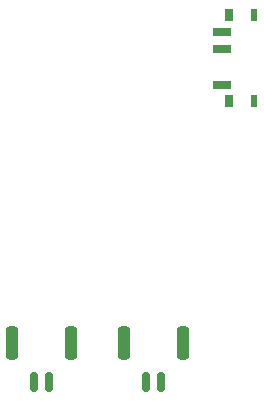
<source format=gbr>
G04 #@! TF.GenerationSoftware,KiCad,Pcbnew,8.0.0-rc1-52-g27482ef8a0*
G04 #@! TF.CreationDate,2024-01-20T20:33:33+01:00*
G04 #@! TF.ProjectId,test,74657374-2e6b-4696-9361-645f70636258,rev?*
G04 #@! TF.SameCoordinates,Original*
G04 #@! TF.FileFunction,Paste,Top*
G04 #@! TF.FilePolarity,Positive*
%FSLAX46Y46*%
G04 Gerber Fmt 4.6, Leading zero omitted, Abs format (unit mm)*
G04 Created by KiCad (PCBNEW 8.0.0-rc1-52-g27482ef8a0) date 2024-01-20 20:33:33*
%MOMM*%
%LPD*%
G01*
G04 APERTURE LIST*
G04 Aperture macros list*
%AMRoundRect*
0 Rectangle with rounded corners*
0 $1 Rounding radius*
0 $2 $3 $4 $5 $6 $7 $8 $9 X,Y pos of 4 corners*
0 Add a 4 corners polygon primitive as box body*
4,1,4,$2,$3,$4,$5,$6,$7,$8,$9,$2,$3,0*
0 Add four circle primitives for the rounded corners*
1,1,$1+$1,$2,$3*
1,1,$1+$1,$4,$5*
1,1,$1+$1,$6,$7*
1,1,$1+$1,$8,$9*
0 Add four rect primitives between the rounded corners*
20,1,$1+$1,$2,$3,$4,$5,0*
20,1,$1+$1,$4,$5,$6,$7,0*
20,1,$1+$1,$6,$7,$8,$9,0*
20,1,$1+$1,$8,$9,$2,$3,0*%
G04 Aperture macros list end*
%ADD10RoundRect,0.150000X-0.150000X-0.700000X0.150000X-0.700000X0.150000X0.700000X-0.150000X0.700000X0*%
%ADD11RoundRect,0.250000X-0.250000X-1.150000X0.250000X-1.150000X0.250000X1.150000X-0.250000X1.150000X0*%
%ADD12R,1.498600X0.698500*%
%ADD13R,0.599440X0.998220*%
%ADD14R,0.797560X0.998220*%
G04 APERTURE END LIST*
D10*
X49875000Y-120450000D03*
X51125000Y-120450000D03*
D11*
X48025000Y-117100000D03*
X52975000Y-117100000D03*
D12*
X65752480Y-90752100D03*
X65752480Y-92250700D03*
X65752480Y-95247900D03*
D13*
X68498220Y-89350020D03*
D14*
X66400180Y-89350020D03*
D13*
X68498220Y-96649980D03*
D14*
X66400180Y-96649980D03*
D10*
X59375000Y-120450000D03*
X60625000Y-120450000D03*
D11*
X57525000Y-117100000D03*
X62475000Y-117100000D03*
M02*

</source>
